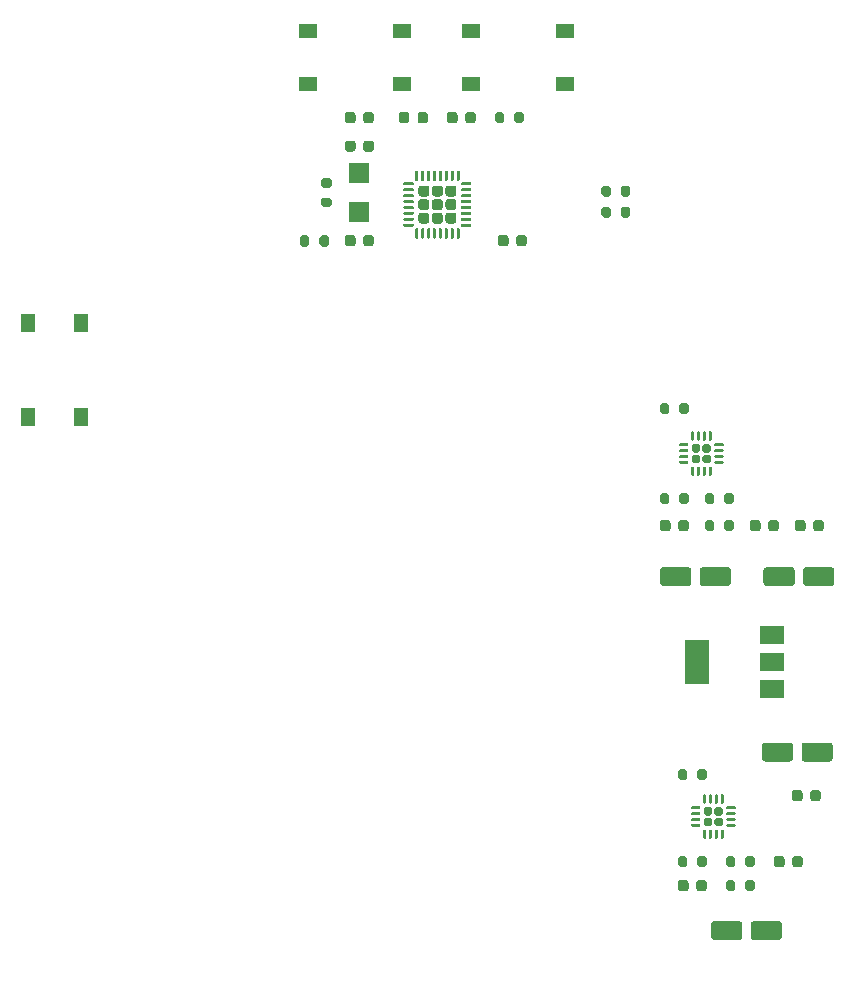
<source format=gbr>
%TF.GenerationSoftware,KiCad,Pcbnew,(5.1.9-0-10_14)*%
%TF.CreationDate,2021-04-10T08:51:35+02:00*%
%TF.ProjectId,clockclock,636c6f63-6b63-46c6-9f63-6b2e6b696361,rev?*%
%TF.SameCoordinates,Original*%
%TF.FileFunction,Paste,Top*%
%TF.FilePolarity,Positive*%
%FSLAX46Y46*%
G04 Gerber Fmt 4.6, Leading zero omitted, Abs format (unit mm)*
G04 Created by KiCad (PCBNEW (5.1.9-0-10_14)) date 2021-04-10 08:51:35*
%MOMM*%
%LPD*%
G01*
G04 APERTURE LIST*
%ADD10R,2.000000X1.500000*%
%ADD11R,2.000000X3.800000*%
%ADD12R,1.300000X1.550000*%
%ADD13R,1.550000X1.300000*%
%ADD14R,1.800000X1.750000*%
G04 APERTURE END LIST*
D10*
%TO.C,U5*%
X28296000Y-14365000D03*
X28296000Y-9765000D03*
X28296000Y-12065000D03*
D11*
X21996000Y-12065000D03*
%TD*%
%TO.C,C16*%
G36*
G01*
X31821000Y-758000D02*
X31821000Y-258000D01*
G75*
G02*
X32046000Y-33000I225000J0D01*
G01*
X32496000Y-33000D01*
G75*
G02*
X32721000Y-258000I0J-225000D01*
G01*
X32721000Y-758000D01*
G75*
G02*
X32496000Y-983000I-225000J0D01*
G01*
X32046000Y-983000D01*
G75*
G02*
X31821000Y-758000I0J225000D01*
G01*
G37*
G36*
G01*
X30271000Y-758000D02*
X30271000Y-258000D01*
G75*
G02*
X30496000Y-33000I225000J0D01*
G01*
X30946000Y-33000D01*
G75*
G02*
X31171000Y-258000I0J-225000D01*
G01*
X31171000Y-758000D01*
G75*
G02*
X30946000Y-983000I-225000J0D01*
G01*
X30496000Y-983000D01*
G75*
G02*
X30271000Y-758000I0J225000D01*
G01*
G37*
%TD*%
%TO.C,C15*%
G36*
G01*
X30957000Y-5376000D02*
X30957000Y-4276000D01*
G75*
G02*
X31207000Y-4026000I250000J0D01*
G01*
X33357000Y-4026000D01*
G75*
G02*
X33607000Y-4276000I0J-250000D01*
G01*
X33607000Y-5376000D01*
G75*
G02*
X33357000Y-5626000I-250000J0D01*
G01*
X31207000Y-5626000D01*
G75*
G02*
X30957000Y-5376000I0J250000D01*
G01*
G37*
G36*
G01*
X27607000Y-5376000D02*
X27607000Y-4276000D01*
G75*
G02*
X27857000Y-4026000I250000J0D01*
G01*
X30007000Y-4026000D01*
G75*
G02*
X30257000Y-4276000I0J-250000D01*
G01*
X30257000Y-5376000D01*
G75*
G02*
X30007000Y-5626000I-250000J0D01*
G01*
X27857000Y-5626000D01*
G75*
G02*
X27607000Y-5376000I0J250000D01*
G01*
G37*
%TD*%
%TO.C,C14*%
G36*
G01*
X30830000Y-20235000D02*
X30830000Y-19135000D01*
G75*
G02*
X31080000Y-18885000I250000J0D01*
G01*
X33230000Y-18885000D01*
G75*
G02*
X33480000Y-19135000I0J-250000D01*
G01*
X33480000Y-20235000D01*
G75*
G02*
X33230000Y-20485000I-250000J0D01*
G01*
X31080000Y-20485000D01*
G75*
G02*
X30830000Y-20235000I0J250000D01*
G01*
G37*
G36*
G01*
X27480000Y-20235000D02*
X27480000Y-19135000D01*
G75*
G02*
X27730000Y-18885000I250000J0D01*
G01*
X29880000Y-18885000D01*
G75*
G02*
X30130000Y-19135000I0J-250000D01*
G01*
X30130000Y-20235000D01*
G75*
G02*
X29880000Y-20485000I-250000J0D01*
G01*
X27730000Y-20485000D01*
G75*
G02*
X27480000Y-20235000I0J250000D01*
G01*
G37*
%TD*%
%TO.C,C13*%
G36*
G01*
X30917000Y-23118000D02*
X30917000Y-23618000D01*
G75*
G02*
X30692000Y-23843000I-225000J0D01*
G01*
X30242000Y-23843000D01*
G75*
G02*
X30017000Y-23618000I0J225000D01*
G01*
X30017000Y-23118000D01*
G75*
G02*
X30242000Y-22893000I225000J0D01*
G01*
X30692000Y-22893000D01*
G75*
G02*
X30917000Y-23118000I0J-225000D01*
G01*
G37*
G36*
G01*
X32467000Y-23118000D02*
X32467000Y-23618000D01*
G75*
G02*
X32242000Y-23843000I-225000J0D01*
G01*
X31792000Y-23843000D01*
G75*
G02*
X31567000Y-23618000I0J225000D01*
G01*
X31567000Y-23118000D01*
G75*
G02*
X31792000Y-22893000I225000J0D01*
G01*
X32242000Y-22893000D01*
G75*
G02*
X32467000Y-23118000I0J-225000D01*
G01*
G37*
%TD*%
%TO.C,C12*%
G36*
G01*
X22194000Y-5376000D02*
X22194000Y-4276000D01*
G75*
G02*
X22444000Y-4026000I250000J0D01*
G01*
X24594000Y-4026000D01*
G75*
G02*
X24844000Y-4276000I0J-250000D01*
G01*
X24844000Y-5376000D01*
G75*
G02*
X24594000Y-5626000I-250000J0D01*
G01*
X22444000Y-5626000D01*
G75*
G02*
X22194000Y-5376000I0J250000D01*
G01*
G37*
G36*
G01*
X18844000Y-5376000D02*
X18844000Y-4276000D01*
G75*
G02*
X19094000Y-4026000I250000J0D01*
G01*
X21244000Y-4026000D01*
G75*
G02*
X21494000Y-4276000I0J-250000D01*
G01*
X21494000Y-5376000D01*
G75*
G02*
X21244000Y-5626000I-250000J0D01*
G01*
X19094000Y-5626000D01*
G75*
G02*
X18844000Y-5376000I0J250000D01*
G01*
G37*
%TD*%
%TO.C,C10*%
G36*
G01*
X26512000Y-35348000D02*
X26512000Y-34248000D01*
G75*
G02*
X26762000Y-33998000I250000J0D01*
G01*
X28912000Y-33998000D01*
G75*
G02*
X29162000Y-34248000I0J-250000D01*
G01*
X29162000Y-35348000D01*
G75*
G02*
X28912000Y-35598000I-250000J0D01*
G01*
X26762000Y-35598000D01*
G75*
G02*
X26512000Y-35348000I0J250000D01*
G01*
G37*
G36*
G01*
X23162000Y-35348000D02*
X23162000Y-34248000D01*
G75*
G02*
X23412000Y-33998000I250000J0D01*
G01*
X25562000Y-33998000D01*
G75*
G02*
X25812000Y-34248000I0J-250000D01*
G01*
X25812000Y-35348000D01*
G75*
G02*
X25562000Y-35598000I-250000J0D01*
G01*
X23412000Y-35598000D01*
G75*
G02*
X23162000Y-35348000I0J250000D01*
G01*
G37*
%TD*%
%TO.C,C1*%
G36*
G01*
X29393000Y-28706000D02*
X29393000Y-29206000D01*
G75*
G02*
X29168000Y-29431000I-225000J0D01*
G01*
X28718000Y-29431000D01*
G75*
G02*
X28493000Y-29206000I0J225000D01*
G01*
X28493000Y-28706000D01*
G75*
G02*
X28718000Y-28481000I225000J0D01*
G01*
X29168000Y-28481000D01*
G75*
G02*
X29393000Y-28706000I0J-225000D01*
G01*
G37*
G36*
G01*
X30943000Y-28706000D02*
X30943000Y-29206000D01*
G75*
G02*
X30718000Y-29431000I-225000J0D01*
G01*
X30268000Y-29431000D01*
G75*
G02*
X30043000Y-29206000I0J225000D01*
G01*
X30043000Y-28706000D01*
G75*
G02*
X30268000Y-28481000I225000J0D01*
G01*
X30718000Y-28481000D01*
G75*
G02*
X30943000Y-28706000I0J-225000D01*
G01*
G37*
%TD*%
%TO.C,C2*%
G36*
G01*
X27361000Y-258000D02*
X27361000Y-758000D01*
G75*
G02*
X27136000Y-983000I-225000J0D01*
G01*
X26686000Y-983000D01*
G75*
G02*
X26461000Y-758000I0J225000D01*
G01*
X26461000Y-258000D01*
G75*
G02*
X26686000Y-33000I225000J0D01*
G01*
X27136000Y-33000D01*
G75*
G02*
X27361000Y-258000I0J-225000D01*
G01*
G37*
G36*
G01*
X28911000Y-258000D02*
X28911000Y-758000D01*
G75*
G02*
X28686000Y-983000I-225000J0D01*
G01*
X28236000Y-983000D01*
G75*
G02*
X28011000Y-758000I0J225000D01*
G01*
X28011000Y-258000D01*
G75*
G02*
X28236000Y-33000I225000J0D01*
G01*
X28686000Y-33000D01*
G75*
G02*
X28911000Y-258000I0J-225000D01*
G01*
G37*
%TD*%
%TO.C,C4*%
G36*
G01*
X-6279000Y31373000D02*
X-6279000Y31873000D01*
G75*
G02*
X-6054000Y32098000I225000J0D01*
G01*
X-5604000Y32098000D01*
G75*
G02*
X-5379000Y31873000I0J-225000D01*
G01*
X-5379000Y31373000D01*
G75*
G02*
X-5604000Y31148000I-225000J0D01*
G01*
X-6054000Y31148000D01*
G75*
G02*
X-6279000Y31373000I0J225000D01*
G01*
G37*
G36*
G01*
X-7829000Y31373000D02*
X-7829000Y31873000D01*
G75*
G02*
X-7604000Y32098000I225000J0D01*
G01*
X-7154000Y32098000D01*
G75*
G02*
X-6929000Y31873000I0J-225000D01*
G01*
X-6929000Y31373000D01*
G75*
G02*
X-7154000Y31148000I-225000J0D01*
G01*
X-7604000Y31148000D01*
G75*
G02*
X-7829000Y31373000I0J225000D01*
G01*
G37*
%TD*%
%TO.C,C5*%
G36*
G01*
X-6279000Y23372000D02*
X-6279000Y23872000D01*
G75*
G02*
X-6054000Y24097000I225000J0D01*
G01*
X-5604000Y24097000D01*
G75*
G02*
X-5379000Y23872000I0J-225000D01*
G01*
X-5379000Y23372000D01*
G75*
G02*
X-5604000Y23147000I-225000J0D01*
G01*
X-6054000Y23147000D01*
G75*
G02*
X-6279000Y23372000I0J225000D01*
G01*
G37*
G36*
G01*
X-7829000Y23372000D02*
X-7829000Y23872000D01*
G75*
G02*
X-7604000Y24097000I225000J0D01*
G01*
X-7154000Y24097000D01*
G75*
G02*
X-6929000Y23872000I0J-225000D01*
G01*
X-6929000Y23372000D01*
G75*
G02*
X-7154000Y23147000I-225000J0D01*
G01*
X-7604000Y23147000D01*
G75*
G02*
X-7829000Y23372000I0J225000D01*
G01*
G37*
%TD*%
%TO.C,C6*%
G36*
G01*
X2357000Y33786000D02*
X2357000Y34286000D01*
G75*
G02*
X2582000Y34511000I225000J0D01*
G01*
X3032000Y34511000D01*
G75*
G02*
X3257000Y34286000I0J-225000D01*
G01*
X3257000Y33786000D01*
G75*
G02*
X3032000Y33561000I-225000J0D01*
G01*
X2582000Y33561000D01*
G75*
G02*
X2357000Y33786000I0J225000D01*
G01*
G37*
G36*
G01*
X807000Y33786000D02*
X807000Y34286000D01*
G75*
G02*
X1032000Y34511000I225000J0D01*
G01*
X1482000Y34511000D01*
G75*
G02*
X1707000Y34286000I0J-225000D01*
G01*
X1707000Y33786000D01*
G75*
G02*
X1482000Y33561000I-225000J0D01*
G01*
X1032000Y33561000D01*
G75*
G02*
X807000Y33786000I0J225000D01*
G01*
G37*
%TD*%
%TO.C,C7*%
G36*
G01*
X6675000Y23372000D02*
X6675000Y23872000D01*
G75*
G02*
X6900000Y24097000I225000J0D01*
G01*
X7350000Y24097000D01*
G75*
G02*
X7575000Y23872000I0J-225000D01*
G01*
X7575000Y23372000D01*
G75*
G02*
X7350000Y23147000I-225000J0D01*
G01*
X6900000Y23147000D01*
G75*
G02*
X6675000Y23372000I0J225000D01*
G01*
G37*
G36*
G01*
X5125000Y23372000D02*
X5125000Y23872000D01*
G75*
G02*
X5350000Y24097000I225000J0D01*
G01*
X5800000Y24097000D01*
G75*
G02*
X6025000Y23872000I0J-225000D01*
G01*
X6025000Y23372000D01*
G75*
G02*
X5800000Y23147000I-225000J0D01*
G01*
X5350000Y23147000D01*
G75*
G02*
X5125000Y23372000I0J225000D01*
G01*
G37*
%TD*%
%TO.C,C8*%
G36*
G01*
X-6929000Y34286000D02*
X-6929000Y33786000D01*
G75*
G02*
X-7154000Y33561000I-225000J0D01*
G01*
X-7604000Y33561000D01*
G75*
G02*
X-7829000Y33786000I0J225000D01*
G01*
X-7829000Y34286000D01*
G75*
G02*
X-7604000Y34511000I225000J0D01*
G01*
X-7154000Y34511000D01*
G75*
G02*
X-6929000Y34286000I0J-225000D01*
G01*
G37*
G36*
G01*
X-5379000Y34286000D02*
X-5379000Y33786000D01*
G75*
G02*
X-5604000Y33561000I-225000J0D01*
G01*
X-6054000Y33561000D01*
G75*
G02*
X-6279000Y33786000I0J225000D01*
G01*
X-6279000Y34286000D01*
G75*
G02*
X-6054000Y34511000I225000J0D01*
G01*
X-5604000Y34511000D01*
G75*
G02*
X-5379000Y34286000I0J-225000D01*
G01*
G37*
%TD*%
%TO.C,FB1*%
G36*
G01*
X-1682000Y33779750D02*
X-1682000Y34292250D01*
G75*
G02*
X-1463250Y34511000I218750J0D01*
G01*
X-1025750Y34511000D01*
G75*
G02*
X-807000Y34292250I0J-218750D01*
G01*
X-807000Y33779750D01*
G75*
G02*
X-1025750Y33561000I-218750J0D01*
G01*
X-1463250Y33561000D01*
G75*
G02*
X-1682000Y33779750I0J218750D01*
G01*
G37*
G36*
G01*
X-3257000Y33779750D02*
X-3257000Y34292250D01*
G75*
G02*
X-3038250Y34511000I218750J0D01*
G01*
X-2600750Y34511000D01*
G75*
G02*
X-2382000Y34292250I0J-218750D01*
G01*
X-2382000Y33779750D01*
G75*
G02*
X-2600750Y33561000I-218750J0D01*
G01*
X-3038250Y33561000D01*
G75*
G02*
X-3257000Y33779750I0J218750D01*
G01*
G37*
%TD*%
%TO.C,R1*%
G36*
G01*
X25229000Y-30713000D02*
X25229000Y-31263000D01*
G75*
G02*
X25029000Y-31463000I-200000J0D01*
G01*
X24629000Y-31463000D01*
G75*
G02*
X24429000Y-31263000I0J200000D01*
G01*
X24429000Y-30713000D01*
G75*
G02*
X24629000Y-30513000I200000J0D01*
G01*
X25029000Y-30513000D01*
G75*
G02*
X25229000Y-30713000I0J-200000D01*
G01*
G37*
G36*
G01*
X26879000Y-30713000D02*
X26879000Y-31263000D01*
G75*
G02*
X26679000Y-31463000I-200000J0D01*
G01*
X26279000Y-31463000D01*
G75*
G02*
X26079000Y-31263000I0J200000D01*
G01*
X26079000Y-30713000D01*
G75*
G02*
X26279000Y-30513000I200000J0D01*
G01*
X26679000Y-30513000D01*
G75*
G02*
X26879000Y-30713000I0J-200000D01*
G01*
G37*
%TD*%
%TO.C,R2*%
G36*
G01*
X23451000Y-233000D02*
X23451000Y-783000D01*
G75*
G02*
X23251000Y-983000I-200000J0D01*
G01*
X22851000Y-983000D01*
G75*
G02*
X22651000Y-783000I0J200000D01*
G01*
X22651000Y-233000D01*
G75*
G02*
X22851000Y-33000I200000J0D01*
G01*
X23251000Y-33000D01*
G75*
G02*
X23451000Y-233000I0J-200000D01*
G01*
G37*
G36*
G01*
X25101000Y-233000D02*
X25101000Y-783000D01*
G75*
G02*
X24901000Y-983000I-200000J0D01*
G01*
X24501000Y-983000D01*
G75*
G02*
X24301000Y-783000I0J200000D01*
G01*
X24301000Y-233000D01*
G75*
G02*
X24501000Y-33000I200000J0D01*
G01*
X24901000Y-33000D01*
G75*
G02*
X25101000Y-233000I0J-200000D01*
G01*
G37*
%TD*%
%TO.C,R3*%
G36*
G01*
X26079000Y-29231000D02*
X26079000Y-28681000D01*
G75*
G02*
X26279000Y-28481000I200000J0D01*
G01*
X26679000Y-28481000D01*
G75*
G02*
X26879000Y-28681000I0J-200000D01*
G01*
X26879000Y-29231000D01*
G75*
G02*
X26679000Y-29431000I-200000J0D01*
G01*
X26279000Y-29431000D01*
G75*
G02*
X26079000Y-29231000I0J200000D01*
G01*
G37*
G36*
G01*
X24429000Y-29231000D02*
X24429000Y-28681000D01*
G75*
G02*
X24629000Y-28481000I200000J0D01*
G01*
X25029000Y-28481000D01*
G75*
G02*
X25229000Y-28681000I0J-200000D01*
G01*
X25229000Y-29231000D01*
G75*
G02*
X25029000Y-29431000I-200000J0D01*
G01*
X24629000Y-29431000D01*
G75*
G02*
X24429000Y-29231000I0J200000D01*
G01*
G37*
%TD*%
%TO.C,R4*%
G36*
G01*
X24301000Y1503000D02*
X24301000Y2053000D01*
G75*
G02*
X24501000Y2253000I200000J0D01*
G01*
X24901000Y2253000D01*
G75*
G02*
X25101000Y2053000I0J-200000D01*
G01*
X25101000Y1503000D01*
G75*
G02*
X24901000Y1303000I-200000J0D01*
G01*
X24501000Y1303000D01*
G75*
G02*
X24301000Y1503000I0J200000D01*
G01*
G37*
G36*
G01*
X22651000Y1503000D02*
X22651000Y2053000D01*
G75*
G02*
X22851000Y2253000I200000J0D01*
G01*
X23251000Y2253000D01*
G75*
G02*
X23451000Y2053000I0J-200000D01*
G01*
X23451000Y1503000D01*
G75*
G02*
X23251000Y1303000I-200000J0D01*
G01*
X22851000Y1303000D01*
G75*
G02*
X22651000Y1503000I0J200000D01*
G01*
G37*
%TD*%
%TO.C,R5*%
G36*
G01*
X21165000Y-28681000D02*
X21165000Y-29231000D01*
G75*
G02*
X20965000Y-29431000I-200000J0D01*
G01*
X20565000Y-29431000D01*
G75*
G02*
X20365000Y-29231000I0J200000D01*
G01*
X20365000Y-28681000D01*
G75*
G02*
X20565000Y-28481000I200000J0D01*
G01*
X20965000Y-28481000D01*
G75*
G02*
X21165000Y-28681000I0J-200000D01*
G01*
G37*
G36*
G01*
X22815000Y-28681000D02*
X22815000Y-29231000D01*
G75*
G02*
X22615000Y-29431000I-200000J0D01*
G01*
X22215000Y-29431000D01*
G75*
G02*
X22015000Y-29231000I0J200000D01*
G01*
X22015000Y-28681000D01*
G75*
G02*
X22215000Y-28481000I200000J0D01*
G01*
X22615000Y-28481000D01*
G75*
G02*
X22815000Y-28681000I0J-200000D01*
G01*
G37*
%TD*%
%TO.C,R6*%
G36*
G01*
X19641000Y2053000D02*
X19641000Y1503000D01*
G75*
G02*
X19441000Y1303000I-200000J0D01*
G01*
X19041000Y1303000D01*
G75*
G02*
X18841000Y1503000I0J200000D01*
G01*
X18841000Y2053000D01*
G75*
G02*
X19041000Y2253000I200000J0D01*
G01*
X19441000Y2253000D01*
G75*
G02*
X19641000Y2053000I0J-200000D01*
G01*
G37*
G36*
G01*
X21291000Y2053000D02*
X21291000Y1503000D01*
G75*
G02*
X21091000Y1303000I-200000J0D01*
G01*
X20691000Y1303000D01*
G75*
G02*
X20491000Y1503000I0J200000D01*
G01*
X20491000Y2053000D01*
G75*
G02*
X20691000Y2253000I200000J0D01*
G01*
X21091000Y2253000D01*
G75*
G02*
X21291000Y2053000I0J-200000D01*
G01*
G37*
%TD*%
%TO.C,R7*%
G36*
G01*
X21165000Y-21315000D02*
X21165000Y-21865000D01*
G75*
G02*
X20965000Y-22065000I-200000J0D01*
G01*
X20565000Y-22065000D01*
G75*
G02*
X20365000Y-21865000I0J200000D01*
G01*
X20365000Y-21315000D01*
G75*
G02*
X20565000Y-21115000I200000J0D01*
G01*
X20965000Y-21115000D01*
G75*
G02*
X21165000Y-21315000I0J-200000D01*
G01*
G37*
G36*
G01*
X22815000Y-21315000D02*
X22815000Y-21865000D01*
G75*
G02*
X22615000Y-22065000I-200000J0D01*
G01*
X22215000Y-22065000D01*
G75*
G02*
X22015000Y-21865000I0J200000D01*
G01*
X22015000Y-21315000D01*
G75*
G02*
X22215000Y-21115000I200000J0D01*
G01*
X22615000Y-21115000D01*
G75*
G02*
X22815000Y-21315000I0J-200000D01*
G01*
G37*
%TD*%
%TO.C,R8*%
G36*
G01*
X19641000Y9673000D02*
X19641000Y9123000D01*
G75*
G02*
X19441000Y8923000I-200000J0D01*
G01*
X19041000Y8923000D01*
G75*
G02*
X18841000Y9123000I0J200000D01*
G01*
X18841000Y9673000D01*
G75*
G02*
X19041000Y9873000I200000J0D01*
G01*
X19441000Y9873000D01*
G75*
G02*
X19641000Y9673000I0J-200000D01*
G01*
G37*
G36*
G01*
X21291000Y9673000D02*
X21291000Y9123000D01*
G75*
G02*
X21091000Y8923000I-200000J0D01*
G01*
X20691000Y8923000D01*
G75*
G02*
X20491000Y9123000I0J200000D01*
G01*
X20491000Y9673000D01*
G75*
G02*
X20691000Y9873000I200000J0D01*
G01*
X21091000Y9873000D01*
G75*
G02*
X21291000Y9673000I0J-200000D01*
G01*
G37*
%TD*%
%TO.C,R9*%
G36*
G01*
X-9673000Y27261000D02*
X-9123000Y27261000D01*
G75*
G02*
X-8923000Y27061000I0J-200000D01*
G01*
X-8923000Y26661000D01*
G75*
G02*
X-9123000Y26461000I-200000J0D01*
G01*
X-9673000Y26461000D01*
G75*
G02*
X-9873000Y26661000I0J200000D01*
G01*
X-9873000Y27061000D01*
G75*
G02*
X-9673000Y27261000I200000J0D01*
G01*
G37*
G36*
G01*
X-9673000Y28911000D02*
X-9123000Y28911000D01*
G75*
G02*
X-8923000Y28711000I0J-200000D01*
G01*
X-8923000Y28311000D01*
G75*
G02*
X-9123000Y28111000I-200000J0D01*
G01*
X-9673000Y28111000D01*
G75*
G02*
X-9873000Y28311000I0J200000D01*
G01*
X-9873000Y28711000D01*
G75*
G02*
X-9673000Y28911000I200000J0D01*
G01*
G37*
%TD*%
D12*
%TO.C,SW2*%
X-30135000Y16675000D03*
X-34635000Y16675000D03*
X-34635000Y8725000D03*
X-30135000Y8725000D03*
%TD*%
D13*
%TO.C,SW3*%
X-3010000Y36866000D03*
X-3010000Y41366000D03*
X-10960000Y41366000D03*
X-10960000Y36866000D03*
%TD*%
%TO.C,SW4*%
X10833000Y36866000D03*
X10833000Y41366000D03*
X2883000Y41366000D03*
X2883000Y36866000D03*
%TD*%
%TO.C,U2*%
G36*
G01*
X22735500Y-25231000D02*
X23100500Y-25231000D01*
G75*
G02*
X23283000Y-25413500I0J-182500D01*
G01*
X23283000Y-25778500D01*
G75*
G02*
X23100500Y-25961000I-182500J0D01*
G01*
X22735500Y-25961000D01*
G75*
G02*
X22553000Y-25778500I0J182500D01*
G01*
X22553000Y-25413500D01*
G75*
G02*
X22735500Y-25231000I182500J0D01*
G01*
G37*
G36*
G01*
X23635500Y-25231000D02*
X24000500Y-25231000D01*
G75*
G02*
X24183000Y-25413500I0J-182500D01*
G01*
X24183000Y-25778500D01*
G75*
G02*
X24000500Y-25961000I-182500J0D01*
G01*
X23635500Y-25961000D01*
G75*
G02*
X23453000Y-25778500I0J182500D01*
G01*
X23453000Y-25413500D01*
G75*
G02*
X23635500Y-25231000I182500J0D01*
G01*
G37*
G36*
G01*
X22735500Y-24331000D02*
X23100500Y-24331000D01*
G75*
G02*
X23283000Y-24513500I0J-182500D01*
G01*
X23283000Y-24878500D01*
G75*
G02*
X23100500Y-25061000I-182500J0D01*
G01*
X22735500Y-25061000D01*
G75*
G02*
X22553000Y-24878500I0J182500D01*
G01*
X22553000Y-24513500D01*
G75*
G02*
X22735500Y-24331000I182500J0D01*
G01*
G37*
G36*
G01*
X23635500Y-24331000D02*
X24000500Y-24331000D01*
G75*
G02*
X24183000Y-24513500I0J-182500D01*
G01*
X24183000Y-24878500D01*
G75*
G02*
X24000500Y-25061000I-182500J0D01*
G01*
X23635500Y-25061000D01*
G75*
G02*
X23453000Y-24878500I0J182500D01*
G01*
X23453000Y-24513500D01*
G75*
G02*
X23635500Y-24331000I182500J0D01*
G01*
G37*
G36*
G01*
X24530500Y-24271000D02*
X25180500Y-24271000D01*
G75*
G02*
X25243000Y-24333500I0J-62500D01*
G01*
X25243000Y-24458500D01*
G75*
G02*
X25180500Y-24521000I-62500J0D01*
G01*
X24530500Y-24521000D01*
G75*
G02*
X24468000Y-24458500I0J62500D01*
G01*
X24468000Y-24333500D01*
G75*
G02*
X24530500Y-24271000I62500J0D01*
G01*
G37*
G36*
G01*
X24530500Y-24771000D02*
X25180500Y-24771000D01*
G75*
G02*
X25243000Y-24833500I0J-62500D01*
G01*
X25243000Y-24958500D01*
G75*
G02*
X25180500Y-25021000I-62500J0D01*
G01*
X24530500Y-25021000D01*
G75*
G02*
X24468000Y-24958500I0J62500D01*
G01*
X24468000Y-24833500D01*
G75*
G02*
X24530500Y-24771000I62500J0D01*
G01*
G37*
G36*
G01*
X24530500Y-25271000D02*
X25180500Y-25271000D01*
G75*
G02*
X25243000Y-25333500I0J-62500D01*
G01*
X25243000Y-25458500D01*
G75*
G02*
X25180500Y-25521000I-62500J0D01*
G01*
X24530500Y-25521000D01*
G75*
G02*
X24468000Y-25458500I0J62500D01*
G01*
X24468000Y-25333500D01*
G75*
G02*
X24530500Y-25271000I62500J0D01*
G01*
G37*
G36*
G01*
X24530500Y-25771000D02*
X25180500Y-25771000D01*
G75*
G02*
X25243000Y-25833500I0J-62500D01*
G01*
X25243000Y-25958500D01*
G75*
G02*
X25180500Y-26021000I-62500J0D01*
G01*
X24530500Y-26021000D01*
G75*
G02*
X24468000Y-25958500I0J62500D01*
G01*
X24468000Y-25833500D01*
G75*
G02*
X24530500Y-25771000I62500J0D01*
G01*
G37*
G36*
G01*
X24055500Y-26246000D02*
X24180500Y-26246000D01*
G75*
G02*
X24243000Y-26308500I0J-62500D01*
G01*
X24243000Y-26958500D01*
G75*
G02*
X24180500Y-27021000I-62500J0D01*
G01*
X24055500Y-27021000D01*
G75*
G02*
X23993000Y-26958500I0J62500D01*
G01*
X23993000Y-26308500D01*
G75*
G02*
X24055500Y-26246000I62500J0D01*
G01*
G37*
G36*
G01*
X23555500Y-26246000D02*
X23680500Y-26246000D01*
G75*
G02*
X23743000Y-26308500I0J-62500D01*
G01*
X23743000Y-26958500D01*
G75*
G02*
X23680500Y-27021000I-62500J0D01*
G01*
X23555500Y-27021000D01*
G75*
G02*
X23493000Y-26958500I0J62500D01*
G01*
X23493000Y-26308500D01*
G75*
G02*
X23555500Y-26246000I62500J0D01*
G01*
G37*
G36*
G01*
X23055500Y-26246000D02*
X23180500Y-26246000D01*
G75*
G02*
X23243000Y-26308500I0J-62500D01*
G01*
X23243000Y-26958500D01*
G75*
G02*
X23180500Y-27021000I-62500J0D01*
G01*
X23055500Y-27021000D01*
G75*
G02*
X22993000Y-26958500I0J62500D01*
G01*
X22993000Y-26308500D01*
G75*
G02*
X23055500Y-26246000I62500J0D01*
G01*
G37*
G36*
G01*
X22555500Y-26246000D02*
X22680500Y-26246000D01*
G75*
G02*
X22743000Y-26308500I0J-62500D01*
G01*
X22743000Y-26958500D01*
G75*
G02*
X22680500Y-27021000I-62500J0D01*
G01*
X22555500Y-27021000D01*
G75*
G02*
X22493000Y-26958500I0J62500D01*
G01*
X22493000Y-26308500D01*
G75*
G02*
X22555500Y-26246000I62500J0D01*
G01*
G37*
G36*
G01*
X21555500Y-25771000D02*
X22205500Y-25771000D01*
G75*
G02*
X22268000Y-25833500I0J-62500D01*
G01*
X22268000Y-25958500D01*
G75*
G02*
X22205500Y-26021000I-62500J0D01*
G01*
X21555500Y-26021000D01*
G75*
G02*
X21493000Y-25958500I0J62500D01*
G01*
X21493000Y-25833500D01*
G75*
G02*
X21555500Y-25771000I62500J0D01*
G01*
G37*
G36*
G01*
X21555500Y-25271000D02*
X22205500Y-25271000D01*
G75*
G02*
X22268000Y-25333500I0J-62500D01*
G01*
X22268000Y-25458500D01*
G75*
G02*
X22205500Y-25521000I-62500J0D01*
G01*
X21555500Y-25521000D01*
G75*
G02*
X21493000Y-25458500I0J62500D01*
G01*
X21493000Y-25333500D01*
G75*
G02*
X21555500Y-25271000I62500J0D01*
G01*
G37*
G36*
G01*
X21555500Y-24771000D02*
X22205500Y-24771000D01*
G75*
G02*
X22268000Y-24833500I0J-62500D01*
G01*
X22268000Y-24958500D01*
G75*
G02*
X22205500Y-25021000I-62500J0D01*
G01*
X21555500Y-25021000D01*
G75*
G02*
X21493000Y-24958500I0J62500D01*
G01*
X21493000Y-24833500D01*
G75*
G02*
X21555500Y-24771000I62500J0D01*
G01*
G37*
G36*
G01*
X21555500Y-24271000D02*
X22205500Y-24271000D01*
G75*
G02*
X22268000Y-24333500I0J-62500D01*
G01*
X22268000Y-24458500D01*
G75*
G02*
X22205500Y-24521000I-62500J0D01*
G01*
X21555500Y-24521000D01*
G75*
G02*
X21493000Y-24458500I0J62500D01*
G01*
X21493000Y-24333500D01*
G75*
G02*
X21555500Y-24271000I62500J0D01*
G01*
G37*
G36*
G01*
X22555500Y-23271000D02*
X22680500Y-23271000D01*
G75*
G02*
X22743000Y-23333500I0J-62500D01*
G01*
X22743000Y-23983500D01*
G75*
G02*
X22680500Y-24046000I-62500J0D01*
G01*
X22555500Y-24046000D01*
G75*
G02*
X22493000Y-23983500I0J62500D01*
G01*
X22493000Y-23333500D01*
G75*
G02*
X22555500Y-23271000I62500J0D01*
G01*
G37*
G36*
G01*
X23055500Y-23271000D02*
X23180500Y-23271000D01*
G75*
G02*
X23243000Y-23333500I0J-62500D01*
G01*
X23243000Y-23983500D01*
G75*
G02*
X23180500Y-24046000I-62500J0D01*
G01*
X23055500Y-24046000D01*
G75*
G02*
X22993000Y-23983500I0J62500D01*
G01*
X22993000Y-23333500D01*
G75*
G02*
X23055500Y-23271000I62500J0D01*
G01*
G37*
G36*
G01*
X23555500Y-23271000D02*
X23680500Y-23271000D01*
G75*
G02*
X23743000Y-23333500I0J-62500D01*
G01*
X23743000Y-23983500D01*
G75*
G02*
X23680500Y-24046000I-62500J0D01*
G01*
X23555500Y-24046000D01*
G75*
G02*
X23493000Y-23983500I0J62500D01*
G01*
X23493000Y-23333500D01*
G75*
G02*
X23555500Y-23271000I62500J0D01*
G01*
G37*
G36*
G01*
X24055500Y-23271000D02*
X24180500Y-23271000D01*
G75*
G02*
X24243000Y-23333500I0J-62500D01*
G01*
X24243000Y-23983500D01*
G75*
G02*
X24180500Y-24046000I-62500J0D01*
G01*
X24055500Y-24046000D01*
G75*
G02*
X23993000Y-23983500I0J62500D01*
G01*
X23993000Y-23333500D01*
G75*
G02*
X24055500Y-23271000I62500J0D01*
G01*
G37*
%TD*%
%TO.C,U3*%
G36*
G01*
X21719500Y5503000D02*
X22084500Y5503000D01*
G75*
G02*
X22267000Y5320500I0J-182500D01*
G01*
X22267000Y4955500D01*
G75*
G02*
X22084500Y4773000I-182500J0D01*
G01*
X21719500Y4773000D01*
G75*
G02*
X21537000Y4955500I0J182500D01*
G01*
X21537000Y5320500D01*
G75*
G02*
X21719500Y5503000I182500J0D01*
G01*
G37*
G36*
G01*
X22619500Y5503000D02*
X22984500Y5503000D01*
G75*
G02*
X23167000Y5320500I0J-182500D01*
G01*
X23167000Y4955500D01*
G75*
G02*
X22984500Y4773000I-182500J0D01*
G01*
X22619500Y4773000D01*
G75*
G02*
X22437000Y4955500I0J182500D01*
G01*
X22437000Y5320500D01*
G75*
G02*
X22619500Y5503000I182500J0D01*
G01*
G37*
G36*
G01*
X21719500Y6403000D02*
X22084500Y6403000D01*
G75*
G02*
X22267000Y6220500I0J-182500D01*
G01*
X22267000Y5855500D01*
G75*
G02*
X22084500Y5673000I-182500J0D01*
G01*
X21719500Y5673000D01*
G75*
G02*
X21537000Y5855500I0J182500D01*
G01*
X21537000Y6220500D01*
G75*
G02*
X21719500Y6403000I182500J0D01*
G01*
G37*
G36*
G01*
X22619500Y6403000D02*
X22984500Y6403000D01*
G75*
G02*
X23167000Y6220500I0J-182500D01*
G01*
X23167000Y5855500D01*
G75*
G02*
X22984500Y5673000I-182500J0D01*
G01*
X22619500Y5673000D01*
G75*
G02*
X22437000Y5855500I0J182500D01*
G01*
X22437000Y6220500D01*
G75*
G02*
X22619500Y6403000I182500J0D01*
G01*
G37*
G36*
G01*
X23514500Y6463000D02*
X24164500Y6463000D01*
G75*
G02*
X24227000Y6400500I0J-62500D01*
G01*
X24227000Y6275500D01*
G75*
G02*
X24164500Y6213000I-62500J0D01*
G01*
X23514500Y6213000D01*
G75*
G02*
X23452000Y6275500I0J62500D01*
G01*
X23452000Y6400500D01*
G75*
G02*
X23514500Y6463000I62500J0D01*
G01*
G37*
G36*
G01*
X23514500Y5963000D02*
X24164500Y5963000D01*
G75*
G02*
X24227000Y5900500I0J-62500D01*
G01*
X24227000Y5775500D01*
G75*
G02*
X24164500Y5713000I-62500J0D01*
G01*
X23514500Y5713000D01*
G75*
G02*
X23452000Y5775500I0J62500D01*
G01*
X23452000Y5900500D01*
G75*
G02*
X23514500Y5963000I62500J0D01*
G01*
G37*
G36*
G01*
X23514500Y5463000D02*
X24164500Y5463000D01*
G75*
G02*
X24227000Y5400500I0J-62500D01*
G01*
X24227000Y5275500D01*
G75*
G02*
X24164500Y5213000I-62500J0D01*
G01*
X23514500Y5213000D01*
G75*
G02*
X23452000Y5275500I0J62500D01*
G01*
X23452000Y5400500D01*
G75*
G02*
X23514500Y5463000I62500J0D01*
G01*
G37*
G36*
G01*
X23514500Y4963000D02*
X24164500Y4963000D01*
G75*
G02*
X24227000Y4900500I0J-62500D01*
G01*
X24227000Y4775500D01*
G75*
G02*
X24164500Y4713000I-62500J0D01*
G01*
X23514500Y4713000D01*
G75*
G02*
X23452000Y4775500I0J62500D01*
G01*
X23452000Y4900500D01*
G75*
G02*
X23514500Y4963000I62500J0D01*
G01*
G37*
G36*
G01*
X23039500Y4488000D02*
X23164500Y4488000D01*
G75*
G02*
X23227000Y4425500I0J-62500D01*
G01*
X23227000Y3775500D01*
G75*
G02*
X23164500Y3713000I-62500J0D01*
G01*
X23039500Y3713000D01*
G75*
G02*
X22977000Y3775500I0J62500D01*
G01*
X22977000Y4425500D01*
G75*
G02*
X23039500Y4488000I62500J0D01*
G01*
G37*
G36*
G01*
X22539500Y4488000D02*
X22664500Y4488000D01*
G75*
G02*
X22727000Y4425500I0J-62500D01*
G01*
X22727000Y3775500D01*
G75*
G02*
X22664500Y3713000I-62500J0D01*
G01*
X22539500Y3713000D01*
G75*
G02*
X22477000Y3775500I0J62500D01*
G01*
X22477000Y4425500D01*
G75*
G02*
X22539500Y4488000I62500J0D01*
G01*
G37*
G36*
G01*
X22039500Y4488000D02*
X22164500Y4488000D01*
G75*
G02*
X22227000Y4425500I0J-62500D01*
G01*
X22227000Y3775500D01*
G75*
G02*
X22164500Y3713000I-62500J0D01*
G01*
X22039500Y3713000D01*
G75*
G02*
X21977000Y3775500I0J62500D01*
G01*
X21977000Y4425500D01*
G75*
G02*
X22039500Y4488000I62500J0D01*
G01*
G37*
G36*
G01*
X21539500Y4488000D02*
X21664500Y4488000D01*
G75*
G02*
X21727000Y4425500I0J-62500D01*
G01*
X21727000Y3775500D01*
G75*
G02*
X21664500Y3713000I-62500J0D01*
G01*
X21539500Y3713000D01*
G75*
G02*
X21477000Y3775500I0J62500D01*
G01*
X21477000Y4425500D01*
G75*
G02*
X21539500Y4488000I62500J0D01*
G01*
G37*
G36*
G01*
X20539500Y4963000D02*
X21189500Y4963000D01*
G75*
G02*
X21252000Y4900500I0J-62500D01*
G01*
X21252000Y4775500D01*
G75*
G02*
X21189500Y4713000I-62500J0D01*
G01*
X20539500Y4713000D01*
G75*
G02*
X20477000Y4775500I0J62500D01*
G01*
X20477000Y4900500D01*
G75*
G02*
X20539500Y4963000I62500J0D01*
G01*
G37*
G36*
G01*
X20539500Y5463000D02*
X21189500Y5463000D01*
G75*
G02*
X21252000Y5400500I0J-62500D01*
G01*
X21252000Y5275500D01*
G75*
G02*
X21189500Y5213000I-62500J0D01*
G01*
X20539500Y5213000D01*
G75*
G02*
X20477000Y5275500I0J62500D01*
G01*
X20477000Y5400500D01*
G75*
G02*
X20539500Y5463000I62500J0D01*
G01*
G37*
G36*
G01*
X20539500Y5963000D02*
X21189500Y5963000D01*
G75*
G02*
X21252000Y5900500I0J-62500D01*
G01*
X21252000Y5775500D01*
G75*
G02*
X21189500Y5713000I-62500J0D01*
G01*
X20539500Y5713000D01*
G75*
G02*
X20477000Y5775500I0J62500D01*
G01*
X20477000Y5900500D01*
G75*
G02*
X20539500Y5963000I62500J0D01*
G01*
G37*
G36*
G01*
X20539500Y6463000D02*
X21189500Y6463000D01*
G75*
G02*
X21252000Y6400500I0J-62500D01*
G01*
X21252000Y6275500D01*
G75*
G02*
X21189500Y6213000I-62500J0D01*
G01*
X20539500Y6213000D01*
G75*
G02*
X20477000Y6275500I0J62500D01*
G01*
X20477000Y6400500D01*
G75*
G02*
X20539500Y6463000I62500J0D01*
G01*
G37*
G36*
G01*
X21539500Y7463000D02*
X21664500Y7463000D01*
G75*
G02*
X21727000Y7400500I0J-62500D01*
G01*
X21727000Y6750500D01*
G75*
G02*
X21664500Y6688000I-62500J0D01*
G01*
X21539500Y6688000D01*
G75*
G02*
X21477000Y6750500I0J62500D01*
G01*
X21477000Y7400500D01*
G75*
G02*
X21539500Y7463000I62500J0D01*
G01*
G37*
G36*
G01*
X22039500Y7463000D02*
X22164500Y7463000D01*
G75*
G02*
X22227000Y7400500I0J-62500D01*
G01*
X22227000Y6750500D01*
G75*
G02*
X22164500Y6688000I-62500J0D01*
G01*
X22039500Y6688000D01*
G75*
G02*
X21977000Y6750500I0J62500D01*
G01*
X21977000Y7400500D01*
G75*
G02*
X22039500Y7463000I62500J0D01*
G01*
G37*
G36*
G01*
X22539500Y7463000D02*
X22664500Y7463000D01*
G75*
G02*
X22727000Y7400500I0J-62500D01*
G01*
X22727000Y6750500D01*
G75*
G02*
X22664500Y6688000I-62500J0D01*
G01*
X22539500Y6688000D01*
G75*
G02*
X22477000Y6750500I0J62500D01*
G01*
X22477000Y7400500D01*
G75*
G02*
X22539500Y7463000I62500J0D01*
G01*
G37*
G36*
G01*
X23039500Y7463000D02*
X23164500Y7463000D01*
G75*
G02*
X23227000Y7400500I0J-62500D01*
G01*
X23227000Y6750500D01*
G75*
G02*
X23164500Y6688000I-62500J0D01*
G01*
X23039500Y6688000D01*
G75*
G02*
X22977000Y6750500I0J62500D01*
G01*
X22977000Y7400500D01*
G75*
G02*
X23039500Y7463000I62500J0D01*
G01*
G37*
%TD*%
%TO.C,U4*%
G36*
G01*
X685000Y25287500D02*
X685000Y25752500D01*
G75*
G02*
X917500Y25985000I232500J0D01*
G01*
X1382500Y25985000D01*
G75*
G02*
X1615000Y25752500I0J-232500D01*
G01*
X1615000Y25287500D01*
G75*
G02*
X1382500Y25055000I-232500J0D01*
G01*
X917500Y25055000D01*
G75*
G02*
X685000Y25287500I0J232500D01*
G01*
G37*
G36*
G01*
X685000Y26437500D02*
X685000Y26902500D01*
G75*
G02*
X917500Y27135000I232500J0D01*
G01*
X1382500Y27135000D01*
G75*
G02*
X1615000Y26902500I0J-232500D01*
G01*
X1615000Y26437500D01*
G75*
G02*
X1382500Y26205000I-232500J0D01*
G01*
X917500Y26205000D01*
G75*
G02*
X685000Y26437500I0J232500D01*
G01*
G37*
G36*
G01*
X685000Y27587500D02*
X685000Y28052500D01*
G75*
G02*
X917500Y28285000I232500J0D01*
G01*
X1382500Y28285000D01*
G75*
G02*
X1615000Y28052500I0J-232500D01*
G01*
X1615000Y27587500D01*
G75*
G02*
X1382500Y27355000I-232500J0D01*
G01*
X917500Y27355000D01*
G75*
G02*
X685000Y27587500I0J232500D01*
G01*
G37*
G36*
G01*
X-465000Y25287500D02*
X-465000Y25752500D01*
G75*
G02*
X-232500Y25985000I232500J0D01*
G01*
X232500Y25985000D01*
G75*
G02*
X465000Y25752500I0J-232500D01*
G01*
X465000Y25287500D01*
G75*
G02*
X232500Y25055000I-232500J0D01*
G01*
X-232500Y25055000D01*
G75*
G02*
X-465000Y25287500I0J232500D01*
G01*
G37*
G36*
G01*
X-465000Y26437500D02*
X-465000Y26902500D01*
G75*
G02*
X-232500Y27135000I232500J0D01*
G01*
X232500Y27135000D01*
G75*
G02*
X465000Y26902500I0J-232500D01*
G01*
X465000Y26437500D01*
G75*
G02*
X232500Y26205000I-232500J0D01*
G01*
X-232500Y26205000D01*
G75*
G02*
X-465000Y26437500I0J232500D01*
G01*
G37*
G36*
G01*
X-465000Y27587500D02*
X-465000Y28052500D01*
G75*
G02*
X-232500Y28285000I232500J0D01*
G01*
X232500Y28285000D01*
G75*
G02*
X465000Y28052500I0J-232500D01*
G01*
X465000Y27587500D01*
G75*
G02*
X232500Y27355000I-232500J0D01*
G01*
X-232500Y27355000D01*
G75*
G02*
X-465000Y27587500I0J232500D01*
G01*
G37*
G36*
G01*
X-1615000Y25287500D02*
X-1615000Y25752500D01*
G75*
G02*
X-1382500Y25985000I232500J0D01*
G01*
X-917500Y25985000D01*
G75*
G02*
X-685000Y25752500I0J-232500D01*
G01*
X-685000Y25287500D01*
G75*
G02*
X-917500Y25055000I-232500J0D01*
G01*
X-1382500Y25055000D01*
G75*
G02*
X-1615000Y25287500I0J232500D01*
G01*
G37*
G36*
G01*
X-1615000Y26437500D02*
X-1615000Y26902500D01*
G75*
G02*
X-1382500Y27135000I232500J0D01*
G01*
X-917500Y27135000D01*
G75*
G02*
X-685000Y26902500I0J-232500D01*
G01*
X-685000Y26437500D01*
G75*
G02*
X-917500Y26205000I-232500J0D01*
G01*
X-1382500Y26205000D01*
G75*
G02*
X-1615000Y26437500I0J232500D01*
G01*
G37*
G36*
G01*
X-1615000Y27587500D02*
X-1615000Y28052500D01*
G75*
G02*
X-1382500Y28285000I232500J0D01*
G01*
X-917500Y28285000D01*
G75*
G02*
X-685000Y28052500I0J-232500D01*
G01*
X-685000Y27587500D01*
G75*
G02*
X-917500Y27355000I-232500J0D01*
G01*
X-1382500Y27355000D01*
G75*
G02*
X-1615000Y27587500I0J232500D01*
G01*
G37*
G36*
G01*
X-1875000Y28732500D02*
X-1875000Y29482500D01*
G75*
G02*
X-1812500Y29545000I62500J0D01*
G01*
X-1687500Y29545000D01*
G75*
G02*
X-1625000Y29482500I0J-62500D01*
G01*
X-1625000Y28732500D01*
G75*
G02*
X-1687500Y28670000I-62500J0D01*
G01*
X-1812500Y28670000D01*
G75*
G02*
X-1875000Y28732500I0J62500D01*
G01*
G37*
G36*
G01*
X-1375000Y28732500D02*
X-1375000Y29482500D01*
G75*
G02*
X-1312500Y29545000I62500J0D01*
G01*
X-1187500Y29545000D01*
G75*
G02*
X-1125000Y29482500I0J-62500D01*
G01*
X-1125000Y28732500D01*
G75*
G02*
X-1187500Y28670000I-62500J0D01*
G01*
X-1312500Y28670000D01*
G75*
G02*
X-1375000Y28732500I0J62500D01*
G01*
G37*
G36*
G01*
X-875000Y28732500D02*
X-875000Y29482500D01*
G75*
G02*
X-812500Y29545000I62500J0D01*
G01*
X-687500Y29545000D01*
G75*
G02*
X-625000Y29482500I0J-62500D01*
G01*
X-625000Y28732500D01*
G75*
G02*
X-687500Y28670000I-62500J0D01*
G01*
X-812500Y28670000D01*
G75*
G02*
X-875000Y28732500I0J62500D01*
G01*
G37*
G36*
G01*
X-375000Y28732500D02*
X-375000Y29482500D01*
G75*
G02*
X-312500Y29545000I62500J0D01*
G01*
X-187500Y29545000D01*
G75*
G02*
X-125000Y29482500I0J-62500D01*
G01*
X-125000Y28732500D01*
G75*
G02*
X-187500Y28670000I-62500J0D01*
G01*
X-312500Y28670000D01*
G75*
G02*
X-375000Y28732500I0J62500D01*
G01*
G37*
G36*
G01*
X125000Y28732500D02*
X125000Y29482500D01*
G75*
G02*
X187500Y29545000I62500J0D01*
G01*
X312500Y29545000D01*
G75*
G02*
X375000Y29482500I0J-62500D01*
G01*
X375000Y28732500D01*
G75*
G02*
X312500Y28670000I-62500J0D01*
G01*
X187500Y28670000D01*
G75*
G02*
X125000Y28732500I0J62500D01*
G01*
G37*
G36*
G01*
X625000Y28732500D02*
X625000Y29482500D01*
G75*
G02*
X687500Y29545000I62500J0D01*
G01*
X812500Y29545000D01*
G75*
G02*
X875000Y29482500I0J-62500D01*
G01*
X875000Y28732500D01*
G75*
G02*
X812500Y28670000I-62500J0D01*
G01*
X687500Y28670000D01*
G75*
G02*
X625000Y28732500I0J62500D01*
G01*
G37*
G36*
G01*
X1125000Y28732500D02*
X1125000Y29482500D01*
G75*
G02*
X1187500Y29545000I62500J0D01*
G01*
X1312500Y29545000D01*
G75*
G02*
X1375000Y29482500I0J-62500D01*
G01*
X1375000Y28732500D01*
G75*
G02*
X1312500Y28670000I-62500J0D01*
G01*
X1187500Y28670000D01*
G75*
G02*
X1125000Y28732500I0J62500D01*
G01*
G37*
G36*
G01*
X1625000Y28732500D02*
X1625000Y29482500D01*
G75*
G02*
X1687500Y29545000I62500J0D01*
G01*
X1812500Y29545000D01*
G75*
G02*
X1875000Y29482500I0J-62500D01*
G01*
X1875000Y28732500D01*
G75*
G02*
X1812500Y28670000I-62500J0D01*
G01*
X1687500Y28670000D01*
G75*
G02*
X1625000Y28732500I0J62500D01*
G01*
G37*
G36*
G01*
X2000000Y28357500D02*
X2000000Y28482500D01*
G75*
G02*
X2062500Y28545000I62500J0D01*
G01*
X2812500Y28545000D01*
G75*
G02*
X2875000Y28482500I0J-62500D01*
G01*
X2875000Y28357500D01*
G75*
G02*
X2812500Y28295000I-62500J0D01*
G01*
X2062500Y28295000D01*
G75*
G02*
X2000000Y28357500I0J62500D01*
G01*
G37*
G36*
G01*
X2000000Y27857500D02*
X2000000Y27982500D01*
G75*
G02*
X2062500Y28045000I62500J0D01*
G01*
X2812500Y28045000D01*
G75*
G02*
X2875000Y27982500I0J-62500D01*
G01*
X2875000Y27857500D01*
G75*
G02*
X2812500Y27795000I-62500J0D01*
G01*
X2062500Y27795000D01*
G75*
G02*
X2000000Y27857500I0J62500D01*
G01*
G37*
G36*
G01*
X2000000Y27357500D02*
X2000000Y27482500D01*
G75*
G02*
X2062500Y27545000I62500J0D01*
G01*
X2812500Y27545000D01*
G75*
G02*
X2875000Y27482500I0J-62500D01*
G01*
X2875000Y27357500D01*
G75*
G02*
X2812500Y27295000I-62500J0D01*
G01*
X2062500Y27295000D01*
G75*
G02*
X2000000Y27357500I0J62500D01*
G01*
G37*
G36*
G01*
X2000000Y26857500D02*
X2000000Y26982500D01*
G75*
G02*
X2062500Y27045000I62500J0D01*
G01*
X2812500Y27045000D01*
G75*
G02*
X2875000Y26982500I0J-62500D01*
G01*
X2875000Y26857500D01*
G75*
G02*
X2812500Y26795000I-62500J0D01*
G01*
X2062500Y26795000D01*
G75*
G02*
X2000000Y26857500I0J62500D01*
G01*
G37*
G36*
G01*
X2000000Y26357500D02*
X2000000Y26482500D01*
G75*
G02*
X2062500Y26545000I62500J0D01*
G01*
X2812500Y26545000D01*
G75*
G02*
X2875000Y26482500I0J-62500D01*
G01*
X2875000Y26357500D01*
G75*
G02*
X2812500Y26295000I-62500J0D01*
G01*
X2062500Y26295000D01*
G75*
G02*
X2000000Y26357500I0J62500D01*
G01*
G37*
G36*
G01*
X2000000Y25857500D02*
X2000000Y25982500D01*
G75*
G02*
X2062500Y26045000I62500J0D01*
G01*
X2812500Y26045000D01*
G75*
G02*
X2875000Y25982500I0J-62500D01*
G01*
X2875000Y25857500D01*
G75*
G02*
X2812500Y25795000I-62500J0D01*
G01*
X2062500Y25795000D01*
G75*
G02*
X2000000Y25857500I0J62500D01*
G01*
G37*
G36*
G01*
X2000000Y25357500D02*
X2000000Y25482500D01*
G75*
G02*
X2062500Y25545000I62500J0D01*
G01*
X2812500Y25545000D01*
G75*
G02*
X2875000Y25482500I0J-62500D01*
G01*
X2875000Y25357500D01*
G75*
G02*
X2812500Y25295000I-62500J0D01*
G01*
X2062500Y25295000D01*
G75*
G02*
X2000000Y25357500I0J62500D01*
G01*
G37*
G36*
G01*
X2000000Y24857500D02*
X2000000Y24982500D01*
G75*
G02*
X2062500Y25045000I62500J0D01*
G01*
X2812500Y25045000D01*
G75*
G02*
X2875000Y24982500I0J-62500D01*
G01*
X2875000Y24857500D01*
G75*
G02*
X2812500Y24795000I-62500J0D01*
G01*
X2062500Y24795000D01*
G75*
G02*
X2000000Y24857500I0J62500D01*
G01*
G37*
G36*
G01*
X1625000Y23857500D02*
X1625000Y24607500D01*
G75*
G02*
X1687500Y24670000I62500J0D01*
G01*
X1812500Y24670000D01*
G75*
G02*
X1875000Y24607500I0J-62500D01*
G01*
X1875000Y23857500D01*
G75*
G02*
X1812500Y23795000I-62500J0D01*
G01*
X1687500Y23795000D01*
G75*
G02*
X1625000Y23857500I0J62500D01*
G01*
G37*
G36*
G01*
X1125000Y23857500D02*
X1125000Y24607500D01*
G75*
G02*
X1187500Y24670000I62500J0D01*
G01*
X1312500Y24670000D01*
G75*
G02*
X1375000Y24607500I0J-62500D01*
G01*
X1375000Y23857500D01*
G75*
G02*
X1312500Y23795000I-62500J0D01*
G01*
X1187500Y23795000D01*
G75*
G02*
X1125000Y23857500I0J62500D01*
G01*
G37*
G36*
G01*
X625000Y23857500D02*
X625000Y24607500D01*
G75*
G02*
X687500Y24670000I62500J0D01*
G01*
X812500Y24670000D01*
G75*
G02*
X875000Y24607500I0J-62500D01*
G01*
X875000Y23857500D01*
G75*
G02*
X812500Y23795000I-62500J0D01*
G01*
X687500Y23795000D01*
G75*
G02*
X625000Y23857500I0J62500D01*
G01*
G37*
G36*
G01*
X125000Y23857500D02*
X125000Y24607500D01*
G75*
G02*
X187500Y24670000I62500J0D01*
G01*
X312500Y24670000D01*
G75*
G02*
X375000Y24607500I0J-62500D01*
G01*
X375000Y23857500D01*
G75*
G02*
X312500Y23795000I-62500J0D01*
G01*
X187500Y23795000D01*
G75*
G02*
X125000Y23857500I0J62500D01*
G01*
G37*
G36*
G01*
X-375000Y23857500D02*
X-375000Y24607500D01*
G75*
G02*
X-312500Y24670000I62500J0D01*
G01*
X-187500Y24670000D01*
G75*
G02*
X-125000Y24607500I0J-62500D01*
G01*
X-125000Y23857500D01*
G75*
G02*
X-187500Y23795000I-62500J0D01*
G01*
X-312500Y23795000D01*
G75*
G02*
X-375000Y23857500I0J62500D01*
G01*
G37*
G36*
G01*
X-875000Y23857500D02*
X-875000Y24607500D01*
G75*
G02*
X-812500Y24670000I62500J0D01*
G01*
X-687500Y24670000D01*
G75*
G02*
X-625000Y24607500I0J-62500D01*
G01*
X-625000Y23857500D01*
G75*
G02*
X-687500Y23795000I-62500J0D01*
G01*
X-812500Y23795000D01*
G75*
G02*
X-875000Y23857500I0J62500D01*
G01*
G37*
G36*
G01*
X-1375000Y23857500D02*
X-1375000Y24607500D01*
G75*
G02*
X-1312500Y24670000I62500J0D01*
G01*
X-1187500Y24670000D01*
G75*
G02*
X-1125000Y24607500I0J-62500D01*
G01*
X-1125000Y23857500D01*
G75*
G02*
X-1187500Y23795000I-62500J0D01*
G01*
X-1312500Y23795000D01*
G75*
G02*
X-1375000Y23857500I0J62500D01*
G01*
G37*
G36*
G01*
X-1875000Y23857500D02*
X-1875000Y24607500D01*
G75*
G02*
X-1812500Y24670000I62500J0D01*
G01*
X-1687500Y24670000D01*
G75*
G02*
X-1625000Y24607500I0J-62500D01*
G01*
X-1625000Y23857500D01*
G75*
G02*
X-1687500Y23795000I-62500J0D01*
G01*
X-1812500Y23795000D01*
G75*
G02*
X-1875000Y23857500I0J62500D01*
G01*
G37*
G36*
G01*
X-2875000Y24857500D02*
X-2875000Y24982500D01*
G75*
G02*
X-2812500Y25045000I62500J0D01*
G01*
X-2062500Y25045000D01*
G75*
G02*
X-2000000Y24982500I0J-62500D01*
G01*
X-2000000Y24857500D01*
G75*
G02*
X-2062500Y24795000I-62500J0D01*
G01*
X-2812500Y24795000D01*
G75*
G02*
X-2875000Y24857500I0J62500D01*
G01*
G37*
G36*
G01*
X-2875000Y25357500D02*
X-2875000Y25482500D01*
G75*
G02*
X-2812500Y25545000I62500J0D01*
G01*
X-2062500Y25545000D01*
G75*
G02*
X-2000000Y25482500I0J-62500D01*
G01*
X-2000000Y25357500D01*
G75*
G02*
X-2062500Y25295000I-62500J0D01*
G01*
X-2812500Y25295000D01*
G75*
G02*
X-2875000Y25357500I0J62500D01*
G01*
G37*
G36*
G01*
X-2875000Y25857500D02*
X-2875000Y25982500D01*
G75*
G02*
X-2812500Y26045000I62500J0D01*
G01*
X-2062500Y26045000D01*
G75*
G02*
X-2000000Y25982500I0J-62500D01*
G01*
X-2000000Y25857500D01*
G75*
G02*
X-2062500Y25795000I-62500J0D01*
G01*
X-2812500Y25795000D01*
G75*
G02*
X-2875000Y25857500I0J62500D01*
G01*
G37*
G36*
G01*
X-2875000Y26357500D02*
X-2875000Y26482500D01*
G75*
G02*
X-2812500Y26545000I62500J0D01*
G01*
X-2062500Y26545000D01*
G75*
G02*
X-2000000Y26482500I0J-62500D01*
G01*
X-2000000Y26357500D01*
G75*
G02*
X-2062500Y26295000I-62500J0D01*
G01*
X-2812500Y26295000D01*
G75*
G02*
X-2875000Y26357500I0J62500D01*
G01*
G37*
G36*
G01*
X-2875000Y26857500D02*
X-2875000Y26982500D01*
G75*
G02*
X-2812500Y27045000I62500J0D01*
G01*
X-2062500Y27045000D01*
G75*
G02*
X-2000000Y26982500I0J-62500D01*
G01*
X-2000000Y26857500D01*
G75*
G02*
X-2062500Y26795000I-62500J0D01*
G01*
X-2812500Y26795000D01*
G75*
G02*
X-2875000Y26857500I0J62500D01*
G01*
G37*
G36*
G01*
X-2875000Y27357500D02*
X-2875000Y27482500D01*
G75*
G02*
X-2812500Y27545000I62500J0D01*
G01*
X-2062500Y27545000D01*
G75*
G02*
X-2000000Y27482500I0J-62500D01*
G01*
X-2000000Y27357500D01*
G75*
G02*
X-2062500Y27295000I-62500J0D01*
G01*
X-2812500Y27295000D01*
G75*
G02*
X-2875000Y27357500I0J62500D01*
G01*
G37*
G36*
G01*
X-2875000Y27857500D02*
X-2875000Y27982500D01*
G75*
G02*
X-2812500Y28045000I62500J0D01*
G01*
X-2062500Y28045000D01*
G75*
G02*
X-2000000Y27982500I0J-62500D01*
G01*
X-2000000Y27857500D01*
G75*
G02*
X-2062500Y27795000I-62500J0D01*
G01*
X-2812500Y27795000D01*
G75*
G02*
X-2875000Y27857500I0J62500D01*
G01*
G37*
G36*
G01*
X-2875000Y28357500D02*
X-2875000Y28482500D01*
G75*
G02*
X-2812500Y28545000I62500J0D01*
G01*
X-2062500Y28545000D01*
G75*
G02*
X-2000000Y28482500I0J-62500D01*
G01*
X-2000000Y28357500D01*
G75*
G02*
X-2062500Y28295000I-62500J0D01*
G01*
X-2812500Y28295000D01*
G75*
G02*
X-2875000Y28357500I0J62500D01*
G01*
G37*
%TD*%
D14*
%TO.C,Y1*%
X-6604000Y26061000D03*
X-6604000Y29311000D03*
%TD*%
%TO.C,C9*%
G36*
G01*
X20391000Y-758000D02*
X20391000Y-258000D01*
G75*
G02*
X20616000Y-33000I225000J0D01*
G01*
X21066000Y-33000D01*
G75*
G02*
X21291000Y-258000I0J-225000D01*
G01*
X21291000Y-758000D01*
G75*
G02*
X21066000Y-983000I-225000J0D01*
G01*
X20616000Y-983000D01*
G75*
G02*
X20391000Y-758000I0J225000D01*
G01*
G37*
G36*
G01*
X18841000Y-758000D02*
X18841000Y-258000D01*
G75*
G02*
X19066000Y-33000I225000J0D01*
G01*
X19516000Y-33000D01*
G75*
G02*
X19741000Y-258000I0J-225000D01*
G01*
X19741000Y-758000D01*
G75*
G02*
X19516000Y-983000I-225000J0D01*
G01*
X19066000Y-983000D01*
G75*
G02*
X18841000Y-758000I0J225000D01*
G01*
G37*
%TD*%
%TO.C,C11*%
G36*
G01*
X21915000Y-31238000D02*
X21915000Y-30738000D01*
G75*
G02*
X22140000Y-30513000I225000J0D01*
G01*
X22590000Y-30513000D01*
G75*
G02*
X22815000Y-30738000I0J-225000D01*
G01*
X22815000Y-31238000D01*
G75*
G02*
X22590000Y-31463000I-225000J0D01*
G01*
X22140000Y-31463000D01*
G75*
G02*
X21915000Y-31238000I0J225000D01*
G01*
G37*
G36*
G01*
X20365000Y-31238000D02*
X20365000Y-30738000D01*
G75*
G02*
X20590000Y-30513000I225000J0D01*
G01*
X21040000Y-30513000D01*
G75*
G02*
X21265000Y-30738000I0J-225000D01*
G01*
X21265000Y-31238000D01*
G75*
G02*
X21040000Y-31463000I-225000J0D01*
G01*
X20590000Y-31463000D01*
G75*
G02*
X20365000Y-31238000I0J225000D01*
G01*
G37*
%TD*%
%TO.C,R10*%
G36*
G01*
X14688000Y28088000D02*
X14688000Y27538000D01*
G75*
G02*
X14488000Y27338000I-200000J0D01*
G01*
X14088000Y27338000D01*
G75*
G02*
X13888000Y27538000I0J200000D01*
G01*
X13888000Y28088000D01*
G75*
G02*
X14088000Y28288000I200000J0D01*
G01*
X14488000Y28288000D01*
G75*
G02*
X14688000Y28088000I0J-200000D01*
G01*
G37*
G36*
G01*
X16338000Y28088000D02*
X16338000Y27538000D01*
G75*
G02*
X16138000Y27338000I-200000J0D01*
G01*
X15738000Y27338000D01*
G75*
G02*
X15538000Y27538000I0J200000D01*
G01*
X15538000Y28088000D01*
G75*
G02*
X15738000Y28288000I200000J0D01*
G01*
X16138000Y28288000D01*
G75*
G02*
X16338000Y28088000I0J-200000D01*
G01*
G37*
%TD*%
%TO.C,R11*%
G36*
G01*
X14688000Y26310000D02*
X14688000Y25760000D01*
G75*
G02*
X14488000Y25560000I-200000J0D01*
G01*
X14088000Y25560000D01*
G75*
G02*
X13888000Y25760000I0J200000D01*
G01*
X13888000Y26310000D01*
G75*
G02*
X14088000Y26510000I200000J0D01*
G01*
X14488000Y26510000D01*
G75*
G02*
X14688000Y26310000I0J-200000D01*
G01*
G37*
G36*
G01*
X16338000Y26310000D02*
X16338000Y25760000D01*
G75*
G02*
X16138000Y25560000I-200000J0D01*
G01*
X15738000Y25560000D01*
G75*
G02*
X15538000Y25760000I0J200000D01*
G01*
X15538000Y26310000D01*
G75*
G02*
X15738000Y26510000I200000J0D01*
G01*
X16138000Y26510000D01*
G75*
G02*
X16338000Y26310000I0J-200000D01*
G01*
G37*
%TD*%
%TO.C,R12*%
G36*
G01*
X6521000Y33761000D02*
X6521000Y34311000D01*
G75*
G02*
X6721000Y34511000I200000J0D01*
G01*
X7121000Y34511000D01*
G75*
G02*
X7321000Y34311000I0J-200000D01*
G01*
X7321000Y33761000D01*
G75*
G02*
X7121000Y33561000I-200000J0D01*
G01*
X6721000Y33561000D01*
G75*
G02*
X6521000Y33761000I0J200000D01*
G01*
G37*
G36*
G01*
X4871000Y33761000D02*
X4871000Y34311000D01*
G75*
G02*
X5071000Y34511000I200000J0D01*
G01*
X5471000Y34511000D01*
G75*
G02*
X5671000Y34311000I0J-200000D01*
G01*
X5671000Y33761000D01*
G75*
G02*
X5471000Y33561000I-200000J0D01*
G01*
X5071000Y33561000D01*
G75*
G02*
X4871000Y33761000I0J200000D01*
G01*
G37*
%TD*%
%TO.C,R13*%
G36*
G01*
X-10839000Y23871600D02*
X-10839000Y23321600D01*
G75*
G02*
X-11039000Y23121600I-200000J0D01*
G01*
X-11439000Y23121600D01*
G75*
G02*
X-11639000Y23321600I0J200000D01*
G01*
X-11639000Y23871600D01*
G75*
G02*
X-11439000Y24071600I200000J0D01*
G01*
X-11039000Y24071600D01*
G75*
G02*
X-10839000Y23871600I0J-200000D01*
G01*
G37*
G36*
G01*
X-9189000Y23871600D02*
X-9189000Y23321600D01*
G75*
G02*
X-9389000Y23121600I-200000J0D01*
G01*
X-9789000Y23121600D01*
G75*
G02*
X-9989000Y23321600I0J200000D01*
G01*
X-9989000Y23871600D01*
G75*
G02*
X-9789000Y24071600I200000J0D01*
G01*
X-9389000Y24071600D01*
G75*
G02*
X-9189000Y23871600I0J-200000D01*
G01*
G37*
%TD*%
M02*

</source>
